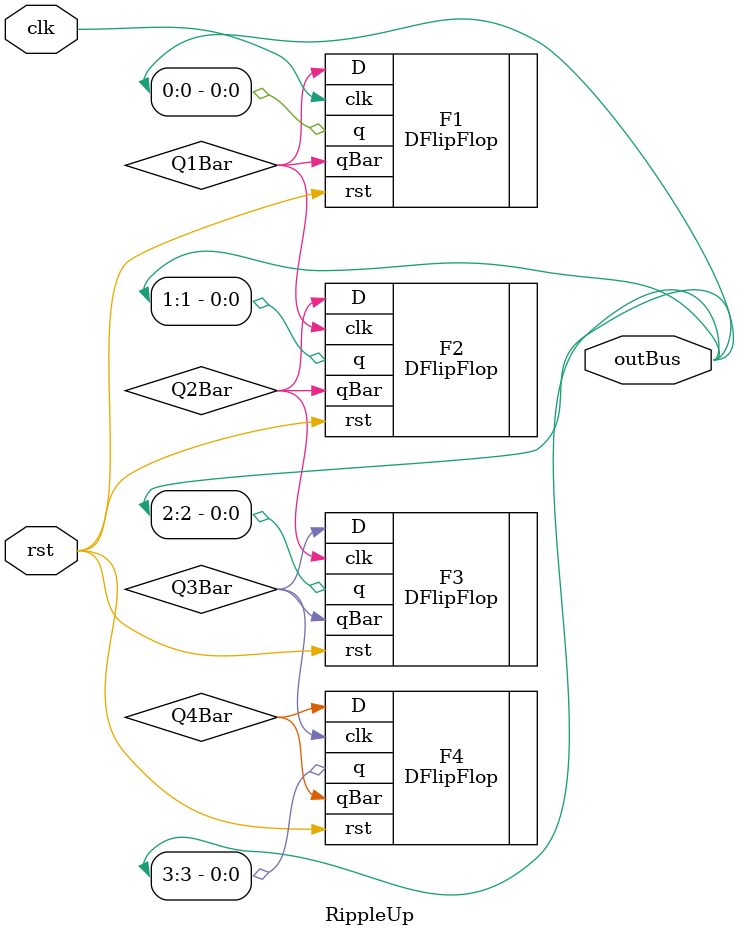
<source format=v>
/***********************************************************************************************
	EE 371
	Joshua Smith
	Section AB

	Description:
		RippleUp.v is a Asynchronous counter set up in a structural model. As can me seen, each wire is
		defined and each DFF is explicitly called.

	Inputs:
		clk: input clock that will interact with the first tear DFF
		rst: active-low reset that will set all DFFs to zero

	Outputs:
		outBus: The binary representation of the count that will be linked to LEDs on the DE1 board

	Author: Joshua Shackelford

***********************************************************************************************/

module RippleUp(clk, rst, outBus);

	input clk, rst;
	output [3:0] outBus;
	
	//All internal wiring
	wire Q1Bar, Q2Bar, Q3Bar, Q4Bar;
	
	//The first DFF gets a signal from the clock, the rest toggle on the rising edge of the
	//qBar signal of the previous DFF
	DFlipFlop F1 (.q(outBus[0]), .qBar(Q1Bar), .D(Q1Bar), .clk(clk), .rst(rst));
	DFlipFlop F2 (.q(outBus[1]), .qBar(Q2Bar), .D(Q2Bar), .clk(Q1Bar), .rst(rst));
	DFlipFlop F3 (.q(outBus[2]), .qBar(Q3Bar), .D(Q3Bar), .clk(Q2Bar), .rst(rst));
	DFlipFlop F4 (.q(outBus[3]), .qBar(Q4Bar), .D(Q4Bar), .clk(Q3Bar), .rst(rst));
	
endmodule 
</source>
